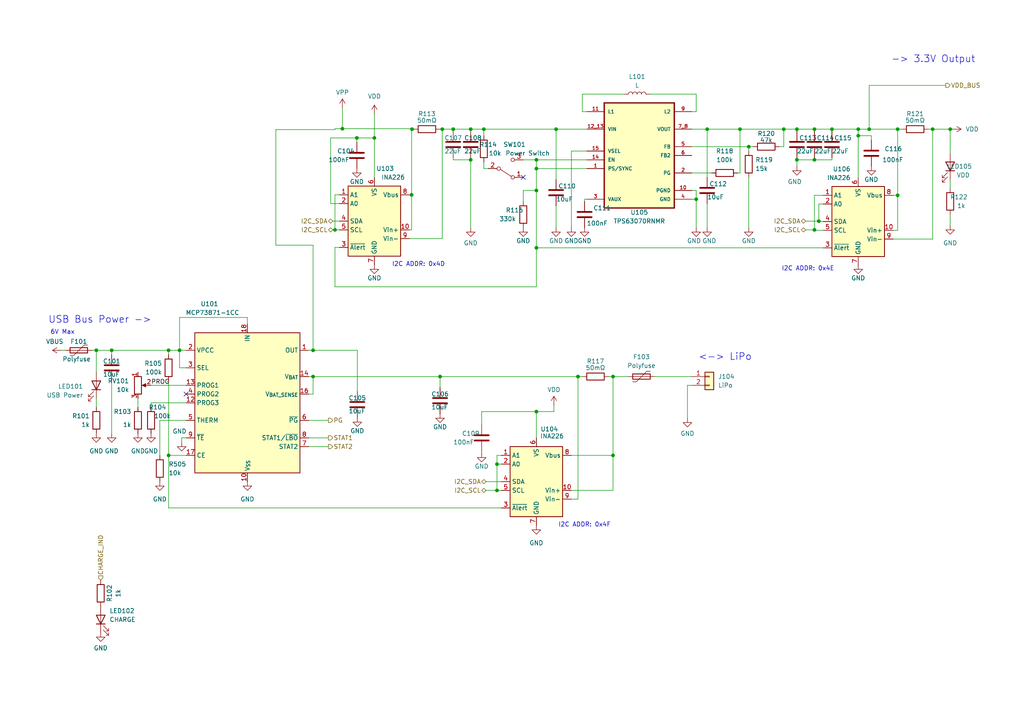
<source format=kicad_sch>
(kicad_sch (version 20231120) (generator "eeschema") (generator_version "8.0")
  (paper "A4")
  (lib_symbols
    (symbol "Battery_Management:MCP73871-1CC"
      (property "Reference" "U" (at -7.62 24.13 0))
      (property "Value" "MCP73871-1CC" (at -15.24 21.59 0))
      (symbol "MCP73871-1CC_0_1"
        (rectangle (start -15.24 20.32) (end 15.24 -20.32) (stroke (width 0.254)) (fill (type background)))
      )
      (symbol "MCP73871-1CC_1_1"
        (pin power_out line (at 17.78 15.24 180) (length 2.54) (name "OUT") (number "1"))
        (pin power_in line (at 0 -22.86 90) (length 2.54) (name "V_{SS}") (number "10"))
        (pin passive line (at 0 -22.86 90) (length 2.54) hide (name "V_{SS}") (number "11"))
        (pin bidirectional line (at -17.78 0 0) (length 2.54) (name "PROG3") (number "12"))
        (pin bidirectional line (at -17.78 5.08 0) (length 2.54) (name "PROG1") (number "13"))
        (pin power_out line (at 17.78 7.62 180) (length 2.54) (name "V_{BAT}") (number "14"))
        (pin passive line (at 17.78 7.62 180) (length 2.54) hide (name "V_{BAT}") (number "15"))
        (pin input line (at 17.78 2.54 180) (length 2.54) (name "V_{BAT_SENSE}") (number "16"))
        (pin input line (at -17.78 -15.24 0) (length 2.54) (name "CE") (number "17"))
        (pin power_in line (at 0 22.86 270) (length 2.54) (name "IN") (number "18"))
        (pin passive line (at 0 22.86 270) (length 2.54) hide (name "IN") (number "19"))
        (pin input line (at -17.78 15.24 0) (length 2.54) (name "VPCC") (number "2"))
        (pin passive line (at 17.78 15.24 180) (length 2.54) hide (name "OUT") (number "20"))
        (pin passive line (at 0 -22.86 90) (length 2.54) hide (name "V_{SS}") (number "21"))
        (pin input line (at -17.78 10.16 0) (length 2.54) (name "SEL") (number "3"))
        (pin input line (at -17.78 2.54 0) (length 2.54) (name "PROG2") (number "4"))
        (pin bidirectional line (at -17.78 -5.08 0) (length 2.54) (name "THERM") (number "5"))
        (pin open_collector line (at 17.78 -5.08 180) (length 2.54) (name "~{PG}") (number "6"))
        (pin open_collector line (at 17.78 -12.7 180) (length 2.54) (name "STAT2") (number "7"))
        (pin open_collector line (at 17.78 -10.16 180) (length 2.54) (name "STAT1/~{LBO}") (number "8"))
        (pin input line (at -17.78 -10.16 0) (length 2.54) (name "~{TE}") (number "9"))
      )
    )
    (symbol "Connector_Generic:Conn_01x02" (pin_names (offset 1.016) hide)
      (property "Reference" "J" (at 0 2.54 0))
      (property "Value" "Conn_01x02" (at 0 -5.08 0))
      (symbol "Conn_01x02_1_1"
        (rectangle (start -1.27 -2.413) (end 0 -2.667) (stroke (width 0.1524)))
        (rectangle (start -1.27 0.127) (end 0 -0.127) (stroke (width 0.1524)))
        (rectangle (start -1.27 1.27) (end 1.27 -3.81) (stroke (width 0.254)) (fill (type background)))
        (pin passive line (at -5.08 0 0) (length 3.81) (name "Pin_1") (number "1"))
        (pin passive line (at -5.08 -2.54 0) (length 3.81) (name "Pin_2") (number "2"))
      )
    )
    (symbol "Device:C" (pin_numbers hide) (pin_names (offset 0.254))
      (property "Reference" "C" (at 0.635 2.54 0))
      (property "Value" "C" (at 0.635 -2.54 0))
      (symbol "C_0_1"
        (polyline (pts (xy -2.032 -0.762) (xy 2.032 -0.762)) (stroke (width 0.508)))
        (polyline (pts (xy -2.032 0.762) (xy 2.032 0.762)) (stroke (width 0.508)))
      )
      (symbol "C_1_1"
        (pin passive line (at 0 3.81 270) (length 2.794) (name "~") (number "1"))
        (pin passive line (at 0 -3.81 90) (length 2.794) (name "~") (number "2"))
      )
    )
    (symbol "Device:L" (pin_numbers hide) (pin_names (offset 1.016) hide)
      (property "Reference" "L" (at -1.27 0 90))
      (property "Value" "L" (at 1.905 0 90))
      (symbol "L_0_1"
        (arc (start 0 -2.54) (mid 0.6323 -1.905) (end 0 -1.27))
        (arc (start 0 -1.27) (mid 0.6323 -0.635) (end 0 0))
        (arc (start 0 0) (mid 0.6323 0.635) (end 0 1.27))
        (arc (start 0 1.27) (mid 0.6323 1.905) (end 0 2.54))
      )
      (symbol "L_1_1"
        (pin passive line (at 0 3.81 270) (length 1.27) (name "1") (number "1"))
        (pin passive line (at 0 -3.81 90) (length 1.27) (name "2") (number "2"))
      )
    )
    (symbol "Device:LED" (pin_numbers hide) (pin_names (offset 1.016) hide)
      (property "Reference" "D" (at 0 2.54 0))
      (property "Value" "LED" (at 0 -2.54 0))
      (symbol "LED_0_1"
        (polyline (pts (xy -1.27 -1.27) (xy -1.27 1.27)) (stroke (width 0.254)))
        (polyline (pts (xy -1.27 0) (xy 1.27 0)))
        (polyline (pts (xy 1.27 -1.27) (xy 1.27 1.27) (xy -1.27 0) (xy 1.27 -1.27)) (stroke (width 0.254)))
        (polyline (pts (xy -3.048 -0.762) (xy -4.572 -2.286) (xy -3.81 -2.286) (xy -4.572 -2.286) (xy -4.572 -1.524)))
        (polyline (pts (xy -1.778 -0.762) (xy -3.302 -2.286) (xy -2.54 -2.286) (xy -3.302 -2.286) (xy -3.302 -1.524)))
      )
      (symbol "LED_1_1"
        (pin passive line (at -3.81 0 0) (length 2.54) (name "K") (number "1"))
        (pin passive line (at 3.81 0 180) (length 2.54) (name "A") (number "2"))
      )
    )
    (symbol "Device:Polyfuse" (pin_numbers hide) (pin_names (offset 0))
      (property "Reference" "F" (at -2.54 0 90))
      (property "Value" "Polyfuse" (at 2.54 0 90))
      (symbol "Polyfuse_0_1"
        (rectangle (start -0.762 2.54) (end 0.762 -2.54) (stroke (width 0.254)))
        (polyline (pts (xy 0 2.54) (xy 0 -2.54)))
        (polyline (pts (xy -1.524 2.54) (xy -1.524 1.524) (xy 1.524 -1.524) (xy 1.524 -2.54)))
      )
      (symbol "Polyfuse_1_1"
        (pin passive line (at 0 3.81 270) (length 1.27) (name "~") (number "1"))
        (pin passive line (at 0 -3.81 90) (length 1.27) (name "~") (number "2"))
      )
    )
    (symbol "Device:R" (pin_numbers hide) (pin_names (offset 0))
      (property "Reference" "R" (at 2.032 0 90))
      (property "Value" "R" (at 0 0 90))
      (symbol "R_0_1"
        (rectangle (start -1.016 -2.54) (end 1.016 2.54) (stroke (width 0.254)))
      )
      (symbol "R_1_1"
        (pin passive line (at 0 3.81 270) (length 1.27) (name "~") (number "1"))
        (pin passive line (at 0 -3.81 90) (length 1.27) (name "~") (number "2"))
      )
    )
    (symbol "Device:R_Potentiometer" (pin_names (offset 1.016) hide)
      (property "Reference" "RV" (at -4.445 0 90))
      (property "Value" "R_Potentiometer" (at -2.54 0 90))
      (symbol "R_Potentiometer_0_1"
        (polyline (pts (xy 2.54 0) (xy 1.524 0)))
        (polyline (pts (xy 1.143 0) (xy 2.286 0.508) (xy 2.286 -0.508) (xy 1.143 0)) (fill (type outline)))
        (rectangle (start 1.016 2.54) (end -1.016 -2.54) (stroke (width 0.254)))
      )
      (symbol "R_Potentiometer_1_1"
        (pin passive line (at 0 3.81 270) (length 1.27) (name "1") (number "1"))
        (pin passive line (at 3.81 0 180) (length 1.27) (name "2") (number "2"))
        (pin passive line (at 0 -3.81 90) (length 1.27) (name "3") (number "3"))
      )
    )
    (symbol "Sensor_Energy:INA226"
      (property "Reference" "U" (at -6.35 11.43 0))
      (property "Value" "INA226" (at 3.81 11.43 0))
      (symbol "INA226_0_1"
        (rectangle (start 7.62 10.16) (end -7.62 -10.16) (stroke (width 0.254)) (fill (type background)))
      )
      (symbol "INA226_1_1"
        (pin input line (at 10.16 7.62 180) (length 2.54) (name "A1") (number "1"))
        (pin input line (at -10.16 -2.54 0) (length 2.54) (name "Vin+") (number "10"))
        (pin input line (at 10.16 5.08 180) (length 2.54) (name "A0") (number "2"))
        (pin open_collector line (at 10.16 -7.62 180) (length 2.54) (name "~{Alert}") (number "3"))
        (pin bidirectional line (at 10.16 0 180) (length 2.54) (name "SDA") (number "4"))
        (pin input line (at 10.16 -2.54 180) (length 2.54) (name "SCL") (number "5"))
        (pin power_in line (at 0 12.7 270) (length 2.54) (name "VS") (number "6"))
        (pin power_in line (at 0 -12.7 90) (length 2.54) (name "GND") (number "7"))
        (pin input line (at -10.16 7.62 0) (length 2.54) (name "Vbus") (number "8"))
        (pin input line (at -10.16 -5.08 0) (length 2.54) (name "Vin-") (number "9"))
      )
    )
    (symbol "Switch:SW_SPDT" (pin_names (offset 0) hide)
      (property "Reference" "SW" (at 0 4.318 0))
      (property "Value" "SW_SPDT" (at 0 -5.08 0))
      (symbol "SW_SPDT_0_0"
        (circle (center -2.032 0) (radius 0.508))
        (circle (center 2.032 -2.54) (radius 0.508))
      )
      (symbol "SW_SPDT_0_1"
        (polyline (pts (xy -1.524 0.254) (xy 1.651 2.286)))
        (circle (center 2.032 2.54) (radius 0.508))
      )
      (symbol "SW_SPDT_1_1"
        (pin passive line (at 5.08 2.54 180) (length 2.54) (name "A") (number "1"))
        (pin passive line (at -5.08 0 0) (length 2.54) (name "B") (number "2"))
        (pin passive line (at 5.08 -2.54 180) (length 2.54) (name "C") (number "3"))
      )
    )
    (symbol "VDD_1" (power) (pin_numbers hide) (pin_names (offset 0) hide)
      (property "Value" "VDD" (at 0 3.556 0))
      (symbol "VDD_1_0_1"
        (polyline (pts (xy -0.762 1.27) (xy 0 2.54)))
        (polyline (pts (xy 0 0) (xy 0 2.54)))
        (polyline (pts (xy 0 2.54) (xy 0.762 1.27)))
      )
      (symbol "VDD_1_1_1"
        (pin power_in line (at 0 0 90) (length 0) (name "~") (number "1"))
      )
    )
    (symbol "VDD_2" (power) (pin_numbers hide) (pin_names (offset 0) hide)
      (property "Value" "VDD" (at 0 3.556 0))
      (symbol "VDD_2_0_1"
        (polyline (pts (xy -0.762 1.27) (xy 0 2.54)))
        (polyline (pts (xy 0 0) (xy 0 2.54)))
        (polyline (pts (xy 0 2.54) (xy 0.762 1.27)))
      )
      (symbol "VDD_2_1_1"
        (pin power_in line (at 0 0 90) (length 0) (name "~") (number "1"))
      )
    )
    (symbol "WOBCLibrary:TPS63070RNMR" (pin_names (offset 1.016))
      (property "Reference" "U" (at -12.7 29.21 0))
      (property "Value" "TPS63070RNMR" (at -12.7 -19.24 0))
      (symbol "TPS63070RNMR_0_0"
        (rectangle (start -10.16 15.24) (end 10.16 -15.24) (stroke (width 0.41)) (fill (type background)))
        (pin input line (at -15.24 -3.81 0) (length 5.08) (name "PS/SYNC") (number "1"))
        (pin power_in line (at 15.24 -10.16 180) (length 5.08) (name "PGND") (number "10"))
        (pin bidirectional line (at -15.24 12.7 0) (length 5.08) (name "L1") (number "11"))
        (pin input line (at -15.24 7.62 0) (length 5.08) (name "VIN") (number "12_13"))
        (pin input line (at -15.24 -1.27 0) (length 5.08) (name "EN") (number "14"))
        (pin input line (at -15.24 1.27 0) (length 5.08) (name "VSEL") (number "15"))
        (pin output line (at 15.24 -5.08 180) (length 5.08) (name "PG") (number "2"))
        (pin output line (at -15.24 -12.7 0) (length 5.08) (name "VAUX") (number "3"))
        (pin power_in line (at 15.24 -12.7 180) (length 5.08) (name "GND") (number "4"))
        (pin input line (at 15.24 2.54 180) (length 5.08) (name "FB") (number "5"))
        (pin output line (at 15.24 0 180) (length 5.08) (name "FB2") (number "6"))
        (pin output line (at 15.24 7.62 180) (length 5.08) (name "VOUT") (number "7_8"))
        (pin bidirectional line (at 15.24 12.7 180) (length 5.08) (name "L2") (number "9"))
      )
    )
    (symbol "power:GND" (power) (pin_names (offset 0))
      (property "Value" "GND" (at 0 -3.81 0))
      (symbol "GND_0_1"
        (polyline (pts (xy 0 0) (xy 0 -1.27) (xy 1.27 -1.27) (xy 0 -2.54) (xy -1.27 -1.27) (xy 0 -1.27)))
      )
      (symbol "GND_1_1"
        (pin power_in line (at 0 0 270) (length 0) hide (name "GND") (number "1"))
      )
    )
    (symbol "power:VBUS" (power) (pin_names (offset 0))
      (property "Value" "VBUS" (at 0 3.81 0))
      (symbol "VBUS_0_1"
        (polyline (pts (xy -0.762 1.27) (xy 0 2.54)))
        (polyline (pts (xy 0 0) (xy 0 2.54)))
        (polyline (pts (xy 0 2.54) (xy 0.762 1.27)))
      )
      (symbol "VBUS_1_1"
        (pin power_in line (at 0 0 90) (length 0) hide (name "VBUS") (number "1"))
      )
    )
    (symbol "power:VDD" (power) (pin_names (offset 0))
      (property "Value" "VDD" (at 0 3.81 0))
      (symbol "VDD_0_1"
        (polyline (pts (xy -0.762 1.27) (xy 0 2.54)))
        (polyline (pts (xy 0 0) (xy 0 2.54)))
        (polyline (pts (xy 0 2.54) (xy 0.762 1.27)))
      )
      (symbol "VDD_1_1"
        (pin power_in line (at 0 0 90) (length 0) hide (name "VDD") (number "1"))
      )
    )
    (symbol "power:VPP" (power) (pin_names (offset 0))
      (property "Value" "VPP" (at 0 3.81 0))
      (symbol "VPP_0_1"
        (polyline (pts (xy -0.762 1.27) (xy 0 2.54)))
        (polyline (pts (xy 0 0) (xy 0 2.54)))
        (polyline (pts (xy 0 2.54) (xy 0.762 1.27)))
      )
      (symbol "VPP_1_1"
        (pin power_in line (at 0 0 90) (length 0) hide (name "VPP") (number "1"))
      )
    )
  )
  (junction (at 155.575 119.38))
  (junction (at 90.805 101.6))
  (junction (at 260.35 56.642))
  (junction (at 214.63 37.465))
  (junction (at 119.507 37.465))
  (junction (at 248.92 37.465))
  (junction (at 231.14 46.355))
  (junction (at 155.575 48.895))
  (junction (at 237.49 64.135))
  (junction (at 227.33 37.465))
  (junction (at 201.93 57.785))
  (junction (at 217.17 42.545))
  (junction (at 131.445 37.465))
  (junction (at 236.22 46.355))
  (junction (at 128.27 37.465))
  (junction (at 32.385 101.6))
  (junction (at 236.22 66.675))
  (junction (at 27.94 101.6))
  (junction (at 161.29 37.465))
  (junction (at 252.095 37.465))
  (junction (at 144.145 142.24))
  (junction (at 90.805 109.22))
  (junction (at 108.585 40.005))
  (junction (at 231.14 37.465))
  (junction (at 167.64 109.22))
  (junction (at 236.22 37.465))
  (junction (at 127.635 109.22))
  (junction (at 155.575 71.882))
  (junction (at 260.35 37.465))
  (junction (at 97.155 66.675))
  (junction (at 140.335 37.465))
  (junction (at 119.38 56.515))
  (junction (at 144.145 134.62))
  (junction (at 270.51 37.465))
  (junction (at 103.505 40.005))
  (junction (at 52.07 101.6))
  (junction (at 48.895 132.08))
  (junction (at 177.8 132.08))
  (junction (at 275.59 37.465))
  (junction (at 241.3 37.465))
  (junction (at 136.525 37.465))
  (junction (at 205.105 37.465))
  (junction (at 155.575 46.355))
  (junction (at 136.525 46.355))
  (junction (at 155.575 55.245))
  (junction (at 99.314 37.338))
  (junction (at 48.895 101.6))
  (junction (at 248.92 39.37))
  (junction (at 177.8 109.22))
  (no_connect (at 53.975 114.3))
  (no_connect (at 151.765 51.435))
  (wire (pts (xy 199.39 111.76) (xy 200.66 111.76)))
  (wire (pts (xy 217.17 42.545) (xy 218.44 42.545)))
  (wire (pts (xy 118.745 66.675) (xy 119.38 66.675)))
  (wire (pts (xy 98.425 71.755) (xy 97.155 71.755)))
  (wire (pts (xy 90.805 71.12) (xy 90.805 101.6)))
  (wire (pts (xy 259.08 56.642) (xy 260.35 56.642)))
  (wire (pts (xy 89.535 127) (xy 95.25 127)))
  (wire (pts (xy 270.51 37.465) (xy 275.59 37.465)))
  (wire (pts (xy 199.39 121.285) (xy 199.39 111.76)))
  (wire (pts (xy 161.29 37.465) (xy 170.18 37.465)))
  (wire (pts (xy 236.22 45.72) (xy 236.22 46.355)))
  (wire (pts (xy 236.22 37.465) (xy 241.3 37.465)))
  (wire (pts (xy 144.145 134.62) (xy 144.145 132.08)))
  (wire (pts (xy 189.865 109.22) (xy 200.66 109.22)))
  (wire (pts (xy 217.17 43.815) (xy 217.17 42.545)))
  (wire (pts (xy 206.375 50.165) (xy 200.66 50.165)))
  (wire (pts (xy 168.91 32.385) (xy 170.18 32.385)))
  (wire (pts (xy 140.335 37.465) (xy 161.29 37.465)))
  (wire (pts (xy 248.92 39.37) (xy 248.92 51.562)))
  (wire (pts (xy 201.93 27.305) (xy 201.93 32.385)))
  (wire (pts (xy 99.314 37.338) (xy 119.507 37.338)))
  (wire (pts (xy 95.885 59.055) (xy 95.885 40.005)))
  (wire (pts (xy 43.815 118.11) (xy 43.815 116.84)))
  (wire (pts (xy 155.575 48.895) (xy 155.575 55.245)))
  (wire (pts (xy 160.655 117.475) (xy 160.655 119.38)))
  (wire (pts (xy 17.78 101.6) (xy 19.05 101.6)))
  (wire (pts (xy 48.895 132.08) (xy 48.895 147.32)))
  (wire (pts (xy 176.53 109.22) (xy 177.8 109.22)))
  (wire (pts (xy 252.73 39.37) (xy 248.92 39.37)))
  (wire (pts (xy 98.425 56.515) (xy 97.155 56.515)))
  (wire (pts (xy 136.525 45.72) (xy 136.525 46.355)))
  (wire (pts (xy 201.93 57.785) (xy 200.66 57.785)))
  (wire (pts (xy 236.22 46.355) (xy 231.14 46.355)))
  (wire (pts (xy 48.895 101.6) (xy 48.895 102.87)))
  (wire (pts (xy 139.7 119.38) (xy 139.7 123.19)))
  (wire (pts (xy 131.445 45.72) (xy 131.445 46.355)))
  (wire (pts (xy 248.92 76.962) (xy 248.92 76.835)))
  (wire (pts (xy 139.7 131.445) (xy 139.7 130.81)))
  (wire (pts (xy 252.095 37.465) (xy 260.35 37.465)))
  (wire (pts (xy 260.35 37.465) (xy 261.62 37.465)))
  (wire (pts (xy 236.22 66.802) (xy 238.76 66.802)))
  (wire (pts (xy 99.314 31.242) (xy 99.314 37.338)))
  (wire (pts (xy 260.35 37.465) (xy 260.35 56.642)))
  (wire (pts (xy 155.575 71.882) (xy 238.76 71.882)))
  (wire (pts (xy 90.805 114.3) (xy 90.805 109.22)))
  (wire (pts (xy 177.8 132.08) (xy 177.8 109.22)))
  (wire (pts (xy 108.585 33.02) (xy 108.585 40.005)))
  (wire (pts (xy 32.385 110.49) (xy 32.385 125.73)))
  (wire (pts (xy 98.425 59.055) (xy 95.885 59.055)))
  (wire (pts (xy 241.3 46.355) (xy 236.22 46.355)))
  (wire (pts (xy 217.17 51.435) (xy 217.17 66.04)))
  (wire (pts (xy 155.575 119.38) (xy 155.575 127)))
  (wire (pts (xy 275.59 65.405) (xy 275.59 62.23)))
  (wire (pts (xy 140.97 139.7) (xy 145.415 139.7)))
  (wire (pts (xy 131.445 37.465) (xy 131.445 38.1)))
  (wire (pts (xy 97.155 71.755) (xy 97.155 83.185)))
  (wire (pts (xy 136.525 37.465) (xy 140.335 37.465)))
  (wire (pts (xy 200.66 37.465) (xy 205.105 37.465)))
  (wire (pts (xy 90.805 109.22) (xy 127.635 109.22)))
  (wire (pts (xy 165.735 144.78) (xy 167.64 144.78)))
  (wire (pts (xy 97.155 56.515) (xy 97.155 66.675)))
  (wire (pts (xy 140.335 37.465) (xy 140.335 39.37)))
  (wire (pts (xy 127.635 109.22) (xy 127.635 112.395)))
  (wire (pts (xy 205.105 66.04) (xy 205.105 59.055)))
  (wire (pts (xy 252.73 40.64) (xy 252.73 39.37)))
  (wire (pts (xy 236.22 56.642) (xy 236.22 66.675)))
  (wire (pts (xy 233.68 66.675) (xy 236.22 66.675)))
  (wire (pts (xy 227.33 37.465) (xy 231.14 37.465)))
  (wire (pts (xy 136.525 46.355) (xy 136.525 66.04)))
  (wire (pts (xy 127.635 37.465) (xy 128.27 37.465)))
  (wire (pts (xy 27.94 118.11) (xy 27.94 115.57)))
  (wire (pts (xy 236.22 66.802) (xy 236.22 66.675)))
  (wire (pts (xy 169.545 58.42) (xy 169.545 57.785)))
  (wire (pts (xy 167.64 109.22) (xy 168.91 109.22)))
  (wire (pts (xy 103.505 41.275) (xy 103.505 40.005)))
  (wire (pts (xy 144.145 134.62) (xy 144.145 142.24)))
  (wire (pts (xy 131.445 37.465) (xy 136.525 37.465)))
  (wire (pts (xy 140.97 142.24) (xy 144.145 142.24)))
  (wire (pts (xy 80.01 37.592) (xy 97.155 37.592)))
  (wire (pts (xy 26.67 101.6) (xy 27.94 101.6)))
  (wire (pts (xy 241.3 37.465) (xy 241.3 38.1)))
  (wire (pts (xy 248.92 37.465) (xy 248.92 39.37)))
  (wire (pts (xy 168.91 27.305) (xy 168.91 32.385)))
  (wire (pts (xy 145.415 134.62) (xy 144.145 134.62)))
  (wire (pts (xy 275.59 37.465) (xy 276.225 37.465)))
  (wire (pts (xy 155.575 46.355) (xy 170.18 46.355)))
  (wire (pts (xy 103.505 40.005) (xy 108.585 40.005)))
  (wire (pts (xy 201.93 32.385) (xy 200.66 32.385)))
  (wire (pts (xy 96.52 64.135) (xy 98.425 64.135)))
  (wire (pts (xy 241.3 45.72) (xy 241.3 46.355)))
  (wire (pts (xy 248.92 37.465) (xy 252.095 37.465)))
  (wire (pts (xy 167.64 109.22) (xy 167.64 144.78)))
  (wire (pts (xy 136.525 37.465) (xy 136.525 38.1)))
  (wire (pts (xy 71.755 92.075) (xy 71.755 93.98)))
  (wire (pts (xy 274.32 24.765) (xy 252.095 24.765)))
  (wire (pts (xy 52.07 101.6) (xy 53.975 101.6)))
  (wire (pts (xy 32.385 101.6) (xy 32.385 102.87)))
  (wire (pts (xy 214.63 37.465) (xy 227.33 37.465)))
  (wire (pts (xy 170.18 43.815) (xy 165.735 43.815)))
  (wire (pts (xy 52.07 106.68) (xy 52.07 101.6)))
  (wire (pts (xy 259.08 66.802) (xy 260.35 66.802)))
  (wire (pts (xy 165.735 132.08) (xy 177.8 132.08)))
  (wire (pts (xy 52.705 128.27) (xy 52.705 127)))
  (wire (pts (xy 95.25 129.54) (xy 89.535 129.54)))
  (wire (pts (xy 231.14 46.355) (xy 231.14 45.72)))
  (wire (pts (xy 237.49 59.182) (xy 237.49 64.135)))
  (wire (pts (xy 177.8 109.22) (xy 182.245 109.22)))
  (wire (pts (xy 260.35 66.802) (xy 260.35 56.642)))
  (wire (pts (xy 95.885 40.005) (xy 103.505 40.005)))
  (wire (pts (xy 140.335 46.99) (xy 140.335 48.895)))
  (wire (pts (xy 213.995 50.165) (xy 214.63 50.165)))
  (wire (pts (xy 201.93 57.785) (xy 201.93 66.04)))
  (wire (pts (xy 200.66 42.545) (xy 217.17 42.545)))
  (wire (pts (xy 119.38 66.675) (xy 119.38 56.515)))
  (wire (pts (xy 97.155 37.592) (xy 97.155 37.338)))
  (wire (pts (xy 226.06 42.545) (xy 227.33 42.545)))
  (wire (pts (xy 139.7 119.38) (xy 155.575 119.38)))
  (wire (pts (xy 151.765 46.355) (xy 155.575 46.355)))
  (wire (pts (xy 128.27 37.465) (xy 131.445 37.465)))
  (wire (pts (xy 237.49 64.262) (xy 238.76 64.262)))
  (wire (pts (xy 238.76 59.182) (xy 237.49 59.182)))
  (wire (pts (xy 89.535 114.3) (xy 90.805 114.3)))
  (wire (pts (xy 170.18 48.895) (xy 155.575 48.895)))
  (wire (pts (xy 53.975 106.68) (xy 52.07 106.68)))
  (wire (pts (xy 205.105 37.465) (xy 214.63 37.465)))
  (wire (pts (xy 108.585 40.005) (xy 108.585 51.435)))
  (wire (pts (xy 144.145 142.24) (xy 145.415 142.24)))
  (wire (pts (xy 237.49 64.262) (xy 237.49 64.135)))
  (wire (pts (xy 205.105 37.465) (xy 205.105 51.435)))
  (wire (pts (xy 201.93 55.245) (xy 201.93 57.785)))
  (wire (pts (xy 161.29 52.07) (xy 161.29 37.465)))
  (wire (pts (xy 155.575 55.245) (xy 155.575 71.882)))
  (wire (pts (xy 97.155 83.185) (xy 155.575 83.185)))
  (wire (pts (xy 155.575 46.355) (xy 155.575 48.895)))
  (wire (pts (xy 103.632 101.6) (xy 103.632 113.538)))
  (wire (pts (xy 227.33 42.545) (xy 227.33 37.465)))
  (wire (pts (xy 214.63 50.165) (xy 214.63 37.465)))
  (wire (pts (xy 118.745 69.215) (xy 128.27 69.215)))
  (wire (pts (xy 46.355 121.92) (xy 46.355 132.08)))
  (wire (pts (xy 161.29 59.69) (xy 161.29 66.04)))
  (wire (pts (xy 269.24 37.465) (xy 270.51 37.465)))
  (wire (pts (xy 155.575 83.185) (xy 155.575 71.882)))
  (wire (pts (xy 236.22 56.642) (xy 238.76 56.642)))
  (wire (pts (xy 144.145 132.08) (xy 145.415 132.08)))
  (wire (pts (xy 165.735 43.815) (xy 165.735 66.04)))
  (wire (pts (xy 270.51 69.342) (xy 270.51 37.465)))
  (wire (pts (xy 165.735 142.24) (xy 177.8 142.24)))
  (wire (pts (xy 43.815 111.76) (xy 53.975 111.76)))
  (wire (pts (xy 52.07 92.075) (xy 52.07 101.6)))
  (wire (pts (xy 259.08 69.342) (xy 270.51 69.342)))
  (wire (pts (xy 80.01 37.592) (xy 80.01 71.12)))
  (wire (pts (xy 43.815 116.84) (xy 53.975 116.84)))
  (wire (pts (xy 169.545 57.785) (xy 170.18 57.785)))
  (wire (pts (xy 151.765 55.245) (xy 151.765 58.42)))
  (wire (pts (xy 200.66 55.245) (xy 201.93 55.245)))
  (wire (pts (xy 131.445 46.355) (xy 136.525 46.355)))
  (wire (pts (xy 89.535 121.92) (xy 95.25 121.92)))
  (wire (pts (xy 127.635 109.22) (xy 167.64 109.22)))
  (wire (pts (xy 119.507 37.338) (xy 119.507 37.465)))
  (wire (pts (xy 241.3 37.465) (xy 248.92 37.465)))
  (wire (pts (xy 32.385 101.6) (xy 48.895 101.6)))
  (wire (pts (xy 48.895 110.49) (xy 48.895 132.08)))
  (wire (pts (xy 233.68 64.135) (xy 237.49 64.135)))
  (wire (pts (xy 160.655 119.38) (xy 155.575 119.38)))
  (wire (pts (xy 119.38 37.465) (xy 119.38 56.515)))
  (wire (pts (xy 71.755 92.075) (xy 52.07 92.075)))
  (wire (pts (xy 89.535 101.6) (xy 90.805 101.6)))
  (wire (pts (xy 151.765 55.245) (xy 155.575 55.245)))
  (wire (pts (xy 96.52 66.675) (xy 97.155 66.675)))
  (wire (pts (xy 53.975 121.92) (xy 46.355 121.92)))
  (wire (pts (xy 231.14 37.465) (xy 231.14 38.1)))
  (wire (pts (xy 48.895 147.32) (xy 145.415 147.32)))
  (wire (pts (xy 27.94 101.6) (xy 32.385 101.6)))
  (wire (pts (xy 97.155 66.675) (xy 98.425 66.675)))
  (wire (pts (xy 40.005 118.11) (xy 40.005 115.57)))
  (wire (pts (xy 275.59 54.61) (xy 275.59 52.07)))
  (wire (pts (xy 275.59 37.465) (xy 275.59 44.45)))
  (wire (pts (xy 180.975 27.305) (xy 168.91 27.305)))
  (wire (pts (xy 119.38 37.465) (xy 119.507 37.465)))
  (wire (pts (xy 97.155 37.338) (xy 99.314 37.338)))
  (wire (pts (xy 90.805 101.6) (xy 103.632 101.6)))
  (wire (pts (xy 119.507 37.465) (xy 120.015 37.465)))
  (wire (pts (xy 252.095 24.765) (xy 252.095 37.465)))
  (wire (pts (xy 89.535 109.22) (xy 90.805 109.22)))
  (wire (pts (xy 80.01 71.12) (xy 90.805 71.12)))
  (wire (pts (xy 128.27 69.215) (xy 128.27 37.465)))
  (wire (pts (xy 231.14 46.355) (xy 231.14 48.26)))
  (wire (pts (xy 27.94 101.6) (xy 27.94 107.95)))
  (wire (pts (xy 140.335 48.895) (xy 141.605 48.895)))
  (wire (pts (xy 236.22 37.465) (xy 236.22 38.1)))
  (wire (pts (xy 188.595 27.305) (xy 201.93 27.305)))
  (wire (pts (xy 53.975 132.08) (xy 48.895 132.08)))
  (wire (pts (xy 118.745 56.515) (xy 119.38 56.515)))
  (wire (pts (xy 231.14 37.465) (xy 236.22 37.465)))
  (wire (pts (xy 177.8 142.24) (xy 177.8 132.08)))
  (wire (pts (xy 52.705 127) (xy 53.975 127)))
  (wire (pts (xy 48.895 101.6) (xy 52.07 101.6)))
  (text "6V Max" (at 14.605 97.155 0) (effects (font (size 1.27 1.27)) (justify left bottom)))
  (text "USB Bus Power ->" (at 13.97 93.98 0) (effects (font (size 2 2)) (justify left bottom)))
  (text "<-> LiPo" (at 202.565 104.775 0) (effects (font (size 2 2)) (justify left bottom)))
  (text "I2C ADDR: 0x4D" (at 113.665 77.47 0) (effects (font (size 1.27 1.27)) (justify left bottom)))
  (text "I2C ADDR: 0x4F" (at 161.925 153.035 0) (effects (font (size 1.27 1.27)) (justify left bottom)))
  (text "-> 3.3V Output" (at 258.445 18.415 0) (effects (font (size 2 2)) (justify left bottom)))
  (text "I2C ADDR: 0x4E" (at 226.695 78.74 0) (effects (font (size 1.27 1.27)) (justify left bottom)))
  (label "PROG" (at 43.815 111.76 0))
  (hierarchical_label "STAT1" (shape output) (at 95.25 127 0))
  (hierarchical_label "I2C_SCL" (shape bidirectional) (at 233.68 66.675 180))
  (hierarchical_label "STAT2" (shape output) (at 95.25 129.54 0))
  (hierarchical_label "I2C_SCL" (shape bidirectional) (at 140.97 142.24 180))
  (hierarchical_label "PG" (shape output) (at 95.25 121.92 0))
  (hierarchical_label "VDD_BUS" (shape output) (at 274.32 24.765 0))
  (hierarchical_label "CHARGE_IND" (shape input) (at 29.21 168.275 90))
  (hierarchical_label "I2C_SDA" (shape bidirectional) (at 140.97 139.7 180))
  (hierarchical_label "I2C_SDA" (shape bidirectional) (at 96.52 64.135 180))
  (hierarchical_label "I2C_SDA" (shape bidirectional) (at 233.68 64.135 180))
  (hierarchical_label "I2C_SCL" (shape bidirectional) (at 96.52 66.675 180))
  (symbol (lib_id "Device:R") (at 46.355 135.89 0) (unit 1)
    (property "Reference" "R505" (at 48.895 134.62 0) (effects (justify left)))
    (property "Value" "10k" (at 48.895 137.16 0) (effects (justify left)))
    (property "Footprint" "Resistor_SMD:R_0402_1005Metric" (effects (hide yes)))
    (property "LCSC" "C25744" (effects (hide yes)))
  )
  (symbol (lib_id "power:GND") (at 71.755 139.7 0) (unit 1)
    (property "Reference" "#PWR0112" (effects (hide yes)))
    (property "Value" "GND" (at 71.755 144.78 0))
  )
  (symbol (lib_id "power:GND") (at 252.73 48.26 0) (unit 1)
    (property "Reference" "#PWR0137" (effects (hide yes)))
    (property "Value" "GND" (at 252.73 52.07 0))
  )
  (symbol (lib_id "power:GND") (at 103.632 121.158 0) (unit 1)
    (property "Reference" "#PWR0117" (effects (hide yes)))
    (property "Value" "GND" (at 103.632 124.968 0))
  )
  (symbol (lib_id "Device:C") (at 32.385 106.68 0) (unit 1)
    (property "Reference" "C101" (at 29.845 104.775 0) (effects (justify left)))
    (property "Value" "10uF" (at 29.845 108.585 0) (effects (justify left)))
    (property "Footprint" "Capacitor_SMD:C_0603_1608Metric" (effects (hide yes)))
    (property "LCSC" "C96446" (effects (hide yes)))
  )
  (symbol (lib_id "Device:C") (at 236.22 41.91 0) (unit 1)
    (property "Reference" "C114" (at 236.855 40.005 0) (effects (justify left)))
    (property "Value" "22uF" (at 236.22 43.815 0) (effects (justify left)))
    (property "Footprint" "Capacitor_SMD:C_0805_2012Metric" (effects (hide yes)))
    (property "LCSC" "C45783" (effects (hide yes)))
  )
  (symbol (lib_id "Device:LED") (at 275.59 48.26 270) (mirror x) (unit 1)
    (property "Reference" "LED105" (at 281.94 48.26 90) (effects (justify right)))
    (property "Value" "VDD" (at 281.305 50.8 90) (effects (justify right)))
    (property "Footprint" "LED_SMD:LED_0805_2012Metric" (effects (hide yes)))
    (property "LCSC" "C2297" (effects (hide yes)))
  )
  (symbol (lib_id "Device:C") (at 136.525 41.91 0) (unit 1)
    (property "Reference" "C108" (at 134.62 40.005 0) (effects (justify left)))
    (property "Value" "22uF" (at 134.62 43.815 0) (effects (justify left)))
    (property "Footprint" "Capacitor_SMD:C_0805_2012Metric" (effects (hide yes)))
    (property "LCSC" "C45783" (effects (hide yes)))
  )
  (symbol (lib_id "Sensor_Energy:INA226") (at 108.585 64.135 0) (mirror y) (unit 1)
    (property "Reference" "U103" (at 114.3 48.895 0) (effects (justify left)))
    (property "Value" "INA226" (at 117.475 51.435 0) (effects (justify left)))
    (property "Footprint" "Package_SO:VSSOP-10_3x3mm_P0.5mm" (effects (hide yes)))
    (property "Datasheet" "http://www.ti.com/lit/ds/symlink/ina226.pdf" (effects (hide yes)))
    (property "LCSC" "C49851" (effects (hide yes)))
  )
  (symbol (lib_id "Device:R") (at 27.94 121.92 0) (mirror y) (unit 1)
    (property "Reference" "R101" (at 26.035 120.65 0) (effects (justify left)))
    (property "Value" "1k" (at 26.035 123.19 0) (effects (justify left)))
    (property "Footprint" "Resistor_SMD:R_0402_1005Metric" (effects (hide yes)))
    (property "LCSC" "C11702" (effects (hide yes)))
  )
  (symbol (lib_id "Device:C") (at 231.14 41.91 0) (unit 1)
    (property "Reference" "C113" (at 231.775 40.005 0) (effects (justify left)))
    (property "Value" "22uF" (at 231.14 43.815 0) (effects (justify left)))
    (property "Footprint" "Capacitor_SMD:C_0805_2012Metric" (effects (hide yes)))
    (property "LCSC" "C45783" (effects (hide yes)))
  )
  (symbol (lib_name "VDD_2") (lib_id "power:VDD") (at 108.585 33.02 0) (unit 1)
    (property "Reference" "#PWR0513" (effects (hide yes)))
    (property "Value" "VDD" (at 108.585 27.94 0))
    (property "Description" "Power symbol creates a global label with name \"VDD\"" (effects (hide yes)))
  )
  (symbol (lib_id "Device:L") (at 184.785 27.305 90) (unit 1)
    (property "Reference" "L101" (at 184.785 22.225 90))
    (property "Value" "L" (at 184.785 24.765 90))
    (property "Footprint" "Inductor_SMD:L_Wuerth_WE-TPC-3816" (effects (hide yes)))
    (property "LCSC" "C3033018" (effects (hide yes)))
  )
  (symbol (lib_id "Connector_Generic:Conn_01x02") (at 205.74 109.22 0) (unit 1)
    (property "Reference" "J104" (at 208.28 109.22 0) (effects (justify left)))
    (property "Value" "LiPo" (at 208.28 111.76 0) (effects (justify left)))
    (property "Footprint" "Connector_JST:JST_XA_B02B-XASK-1_1x02_P2.50mm_Vertical" (effects (hide yes)))
  )
  (symbol (lib_id "power:GND") (at 201.93 66.04 0) (unit 1)
    (property "Reference" "#PWR0132" (effects (hide yes)))
    (property "Value" "GND" (at 201.295 69.85 0))
  )
  (symbol (lib_id "power:GND") (at 155.575 152.4 0) (unit 1)
    (property "Reference" "#PWR0126" (effects (hide yes)))
    (property "Value" "GND" (at 155.575 157.48 0))
  )
  (symbol (lib_id "power:GND") (at 199.39 121.285 0) (unit 1)
    (property "Reference" "#PWR0131" (effects (hide yes)))
    (property "Value" "GND" (at 199.39 125.73 0))
  )
  (symbol (lib_id "Device:C") (at 205.105 55.245 0) (unit 1)
    (property "Reference" "C112" (at 205.74 53.34 0) (effects (justify left)))
    (property "Value" "10uF" (at 205.105 57.15 0) (effects (justify left)))
    (property "Footprint" "Capacitor_SMD:C_0603_1608Metric" (effects (hide yes)))
    (property "LCSC" "C96446" (effects (hide yes)))
  )
  (symbol (lib_id "Device:C") (at 241.3 41.91 0) (unit 1)
    (property "Reference" "C115" (at 241.935 40.005 0) (effects (justify left)))
    (property "Value" "22uF" (at 241.3 43.815 0) (effects (justify left)))
    (property "Footprint" "Capacitor_SMD:C_0805_2012Metric" (effects (hide yes)))
    (property "LCSC" "C45783" (effects (hide yes)))
  )
  (symbol (lib_id "Device:R") (at 222.25 42.545 90) (unit 1)
    (property "Reference" "R120" (at 222.25 38.735 90))
    (property "Value" "47k" (at 222.25 40.64 90))
    (property "Footprint" "Resistor_SMD:R_0402_1005Metric" (effects (hide yes)))
    (property "LCSC" "C25792" (effects (hide yes)))
  )
  (symbol (lib_id "Device:C") (at 169.545 62.23 0) (unit 1)
    (property "Reference" "C111" (at 172.085 60.325 0) (effects (justify left)))
    (property "Value" "100nF" (at 170.18 64.77 0) (effects (justify left)))
    (property "Footprint" "Capacitor_SMD:C_0402_1005Metric" (effects (hide yes)))
    (property "LCSC" "C1525" (effects (hide yes)))
  )
  (symbol (lib_id "power:GND") (at 275.59 65.405 0) (unit 1)
    (property "Reference" "#PWR0138" (effects (hide yes)))
    (property "Value" "GND" (at 275.59 70.485 0))
  )
  (symbol (lib_id "power:GND") (at 231.14 48.26 0) (unit 1)
    (property "Reference" "#PWR0135" (effects (hide yes)))
    (property "Value" "GND" (at 230.505 52.705 0))
  )
  (symbol (lib_id "Device:R") (at 172.72 109.22 90) (unit 1)
    (property "Reference" "R117" (at 172.72 104.775 90))
    (property "Value" "50mΩ" (at 172.72 106.68 90))
    (property "Footprint" "Resistor_SMD:R_0805_2012Metric" (effects (hide yes)))
    (property "LCSC" "C247602" (effects (hide yes)))
  )
  (symbol (lib_id "Device:C") (at 103.632 117.348 0) (unit 1)
    (property "Reference" "C105" (at 101.092 115.443 0) (effects (justify left)))
    (property "Value" "10uF" (at 101.092 119.253 0) (effects (justify left)))
    (property "Footprint" "Capacitor_SMD:C_0603_1608Metric" (effects (hide yes)))
    (property "LCSC" "C96446" (effects (hide yes)))
  )
  (symbol (lib_id "Device:R_Potentiometer") (at 40.005 111.76 0) (unit 1)
    (property "Reference" "RV101" (at 37.465 110.49 0) (effects (justify right)))
    (property "Value" "10k" (at 37.465 113.03 0) (effects (justify right)))
    (property "Footprint" "Potentiometer_SMD:Potentiometer_Bourns_TC33X_Vertical" (effects (hide yes)))
    (property "LCSC" "C719176" (effects (hide yes)))
  )
  (symbol (lib_id "power:GND") (at 108.585 76.835 0) (unit 1)
    (property "Reference" "#PWR0119" (effects (hide yes)))
    (property "Value" "GND" (at 108.585 80.645 0))
  )
  (symbol (lib_id "power:GND") (at 40.005 125.73 0) (unit 1)
    (property "Reference" "#PWR0106" (effects (hide yes)))
    (property "Value" "GND" (at 40.005 130.81 0))
  )
  (symbol (lib_id "Device:R") (at 40.005 121.92 0) (mirror y) (unit 1)
    (property "Reference" "R103" (at 38.1 119.38 0) (effects (justify left)))
    (property "Value" "1k" (at 38.1 123.19 0) (effects (justify left)))
    (property "Footprint" "Resistor_SMD:R_0402_1005Metric" (effects (hide yes)))
    (property "LCSC" "C11702" (effects (hide yes)))
  )
  (symbol (lib_id "power:GND") (at 103.505 48.895 0) (unit 1)
    (property "Reference" "#PWR0116" (effects (hide yes)))
    (property "Value" "GND" (at 103.505 52.705 0))
  )
  (symbol (lib_id "Device:R") (at 29.21 172.085 180) (unit 1)
    (property "Reference" "R102" (at 31.75 172.085 90))
    (property "Value" "1k" (at 34.29 172.085 90))
    (property "Footprint" "Resistor_SMD:R_0402_1005Metric" (effects (hide yes)))
    (property "LCSC" "C11702" (effects (hide yes)))
  )
  (symbol (lib_id "power:GND") (at 136.525 66.04 0) (unit 1)
    (property "Reference" "#PWR0123" (effects (hide yes)))
    (property "Value" "GND" (at 136.525 70.485 0))
  )
  (symbol (lib_id "Device:R") (at 151.765 62.23 0) (unit 1)
    (property "Reference" "R116" (at 146.685 60.96 0) (effects (justify left)))
    (property "Value" "330k" (at 144.78 63.5 0) (effects (justify left)))
    (property "Footprint" "Resistor_SMD:R_0402_1005Metric" (effects (hide yes)))
    (property "LCSC" "C23137" (effects (hide yes)))
  )
  (symbol (lib_id "power:GND") (at 46.355 139.7 0) (unit 1)
    (property "Reference" "#PWR0507" (effects (hide yes)))
    (property "Value" "GND" (at 46.355 144.78 0))
  )
  (symbol (lib_id "power:GND") (at 29.21 183.515 0) (unit 1)
    (property "Reference" "#PWR0103" (effects (hide yes)))
    (property "Value" "GND" (at 29.21 187.96 0))
  )
  (symbol (lib_id "power:GND") (at 151.765 66.04 0) (unit 1)
    (property "Reference" "#PWR0125" (effects (hide yes)))
    (property "Value" "GND" (at 151.765 69.85 0))
  )
  (symbol (lib_id "power:GND") (at 161.29 66.04 0) (unit 1)
    (property "Reference" "#PWR0128" (effects (hide yes)))
    (property "Value" "GND" (at 161.29 69.85 0))
  )
  (symbol (lib_id "Device:R") (at 275.59 58.42 0) (mirror y) (unit 1)
    (property "Reference" "R122" (at 280.67 57.15 0) (effects (justify left)))
    (property "Value" "1k" (at 280.035 59.69 0) (effects (justify left)))
    (property "Footprint" "Resistor_SMD:R_0402_1005Metric" (effects (hide yes)))
    (property "LCSC" "C11702" (effects (hide yes)))
  )
  (symbol (lib_id "Device:R") (at 265.43 37.465 90) (unit 1)
    (property "Reference" "R121" (at 265.43 33.02 90))
    (property "Value" "50mΩ" (at 265.43 34.925 90))
    (property "Footprint" "Resistor_SMD:R_0805_2012Metric" (effects (hide yes)))
    (property "LCSC" "C247602" (effects (hide yes)))
  )
  (symbol (lib_id "power:VBUS") (at 17.78 101.6 90) (unit 1)
    (property "Reference" "#PWR0101" (effects (hide yes)))
    (property "Value" "VBUS" (at 18.415 99.06 90) (effects (justify left)))
  )
  (symbol (lib_id "power:VDD") (at 276.225 37.465 270) (unit 1)
    (property "Reference" "#PWR0139" (effects (hide yes)))
    (property "Value" "VDD" (at 280.035 37.465 90) (effects (justify left)))
  )
  (symbol (lib_id "Device:R") (at 123.825 37.465 90) (unit 1)
    (property "Reference" "R113" (at 123.825 33.02 90))
    (property "Value" "50mΩ" (at 123.825 34.925 90))
    (property "Footprint" "Resistor_SMD:R_0805_2012Metric" (effects (hide yes)))
    (property "LCSC" "C247602" (effects (hide yes)))
  )
  (symbol (lib_id "Device:R") (at 210.185 50.165 270) (unit 1)
    (property "Reference" "R118" (at 210.185 43.815 90))
    (property "Value" "100k" (at 210.185 46.355 90))
    (property "Footprint" "Resistor_SMD:R_0402_1005Metric" (effects (hide yes)))
    (property "LCSC" "C25741" (effects (hide yes)))
  )
  (symbol (lib_id "power:GND") (at 43.815 125.73 0) (unit 1)
    (property "Reference" "#PWR0107" (effects (hide yes)))
    (property "Value" "GND" (at 43.815 130.81 0))
  )
  (symbol (lib_id "Device:C") (at 103.505 45.085 0) (unit 1)
    (property "Reference" "C104" (at 97.79 43.815 0) (effects (justify left)))
    (property "Value" "100nF" (at 95.25 46.355 0) (effects (justify left)))
    (property "Footprint" "Capacitor_SMD:C_0402_1005Metric" (effects (hide yes)))
    (property "LCSC" "C1525" (effects (hide yes)))
  )
  (symbol (lib_id "Device:C") (at 161.29 55.88 0) (unit 1)
    (property "Reference" "C110" (at 161.925 53.975 0) (effects (justify left)))
    (property "Value" "10uF" (at 161.29 57.785 0) (effects (justify left)))
    (property "Footprint" "Capacitor_SMD:C_0603_1608Metric" (effects (hide yes)))
    (property "LCSC" "C96446" (effects (hide yes)))
  )
  (symbol (lib_id "Device:R") (at 140.335 43.18 180) (unit 1)
    (property "Reference" "R114" (at 144.145 41.91 0) (effects (justify left)))
    (property "Value" "10k" (at 145.415 44.45 0) (effects (justify left)))
    (property "Footprint" "Resistor_SMD:R_0402_1005Metric" (effects (hide yes)))
    (property "LCSC" "C25744" (effects (hide yes)))
  )
  (symbol (lib_id "Sensor_Energy:INA226") (at 155.575 139.7 0) (mirror y) (unit 1)
    (property "Reference" "U104" (at 161.925 124.46 0) (effects (justify left)))
    (property "Value" "INA226" (at 163.576 126.492 0) (effects (justify left)))
    (property "Footprint" "Package_SO:VSSOP-10_3x3mm_P0.5mm" (effects (hide yes)))
    (property "Datasheet" "http://www.ti.com/lit/ds/symlink/ina226.pdf" (effects (hide yes)))
    (property "LCSC" "C49851" (effects (hide yes)))
  )
  (symbol (lib_id "power:GND") (at 52.705 128.27 0) (unit 1)
    (property "Reference" "#PWR0109" (effects (hide yes)))
    (property "Value" "GND" (at 52.07 125.095 0))
  )
  (symbol (lib_id "power:GND") (at 27.94 125.73 0) (unit 1)
    (property "Reference" "#PWR0102" (effects (hide yes)))
    (property "Value" "GND" (at 27.94 130.81 0))
  )
  (symbol (lib_id "power:GND") (at 205.105 66.04 0) (unit 1)
    (property "Reference" "#PWR0133" (effects (hide yes)))
    (property "Value" "GND" (at 205.74 69.85 0))
  )
  (symbol (lib_id "power:GND") (at 165.735 66.04 0) (unit 1)
    (property "Reference" "#PWR0129" (effects (hide yes)))
    (property "Value" "GND" (at 165.735 69.85 0))
  )
  (symbol (lib_id "power:GND") (at 127.635 120.015 0) (unit 1)
    (property "Reference" "#PWR0122" (effects (hide yes)))
    (property "Value" "GND" (at 127.635 123.825 0))
  )
  (symbol (lib_id "Device:LED") (at 29.21 179.705 90) (unit 1)
    (property "Reference" "LED102" (at 31.75 177.165 90) (effects (justify right)))
    (property "Value" "CHARGE" (at 31.75 179.705 90) (effects (justify right)))
    (property "Footprint" "LED_SMD:LED_0805_2012Metric" (effects (hide yes)))
    (property "LCSC" "C2296" (effects (hide yes)))
  )
  (symbol (lib_id "Device:C") (at 139.7 127 0) (unit 1)
    (property "Reference" "C109" (at 133.985 125.73 0) (effects (justify left)))
    (property "Value" "100nF" (at 131.445 128.27 0) (effects (justify left)))
    (property "Footprint" "Capacitor_SMD:C_0402_1005Metric" (effects (hide yes)))
    (property "LCSC" "C1525" (effects (hide yes)))
  )
  (symbol (lib_id "power:GND") (at 139.7 131.445 0) (unit 1)
    (property "Reference" "#PWR0124" (effects (hide yes)))
    (property "Value" "GND" (at 139.7 135.255 0))
  )
  (symbol (lib_id "Device:R") (at 217.17 47.625 180) (unit 1)
    (property "Reference" "R119" (at 219.075 46.355 0) (effects (justify right)))
    (property "Value" "15k" (at 219.075 48.895 0) (effects (justify right)))
    (property "Footprint" "Resistor_SMD:R_0402_1005Metric" (effects (hide yes)))
    (property "LCSC" "C25756" (effects (hide yes)))
  )
  (symbol (lib_name "VDD_1") (lib_id "power:VDD") (at 160.655 117.475 0) (unit 1)
    (property "Reference" "#PWR0520" (effects (hide yes)))
    (property "Value" "VDD" (at 160.655 113.03 0))
    (property "Description" "Power symbol creates a global label with name \"VDD\"" (effects (hide yes)))
  )
  (symbol (lib_id "Device:Polyfuse") (at 22.86 101.6 90) (unit 1)
    (property "Reference" "F101" (at 22.86 99.06 90))
    (property "Value" "Polyfuse" (at 22.225 104.14 90))
    (property "Footprint" "Fuse:Fuse_1206_3216Metric" (effects (hide yes)))
    (property "LCSC" "C883133" (effects (hide yes)))
  )
  (symbol (lib_id "power:GND") (at 32.385 125.73 0) (unit 1)
    (property "Reference" "#PWR0105" (effects (hide yes)))
    (property "Value" "GND" (at 32.385 130.81 0))
  )
  (symbol (lib_id "Device:R") (at 43.815 121.92 0) (mirror y) (unit 1)
    (property "Reference" "R104" (at 48.26 118.11 0) (effects (justify left)))
    (property "Value" "100k" (at 49.53 120.65 0) (effects (justify left)))
    (property "Footprint" "Resistor_SMD:R_0402_1005Metric" (effects (hide yes)))
    (property "LCSC" "C25741" (effects (hide yes)))
  )
  (symbol (lib_id "Device:Polyfuse") (at 186.055 109.22 90) (unit 1)
    (property "Reference" "F103" (at 186.055 103.505 90))
    (property "Value" "Polyfuse" (at 186.055 106.045 90))
    (property "Footprint" "Fuse:Fuse_1206_3216Metric" (effects (hide yes)))
    (property "LCSC" "C883133" (effects (hide yes)))
  )
  (symbol (lib_id "power:GND") (at 248.92 76.835 0) (unit 1)
    (property "Reference" "#PWR0136" (effects (hide yes)))
    (property "Value" "GND" (at 248.92 80.645 0))
  )
  (symbol (lib_id "power:GND") (at 217.17 66.04 0) (unit 1)
    (property "Reference" "#PWR0134" (effects (hide yes)))
    (property "Value" "GND" (at 217.17 69.85 0))
  )
  (symbol (lib_id "Device:C") (at 131.445 41.91 0) (unit 1)
    (property "Reference" "C107" (at 128.905 40.005 0) (effects (justify left)))
    (property "Value" "22uF" (at 128.905 43.815 0) (effects (justify left)))
    (property "Footprint" "Capacitor_SMD:C_0805_2012Metric" (effects (hide yes)))
    (property "LCSC" "C45783" (effects (hide yes)))
  )
  (symbol (lib_id "WOBCLibrary:TPS63070RNMR") (at 185.42 45.085 0) (unit 1)
    (property "Reference" "U105" (at 185.42 61.595 0))
    (property "Value" "TPS63070RNMR" (at 185.42 64.135 0))
    (property "Footprint" "WOBCLibrary:VREG_TPS63070RNMR" (effects (hide yes)))
    (property "Description" "Wide input voltage (2V-16V) buck-boost converter" (effects (hide yes)))
    (property "MF" "Texas Instruments" (effects (hide yes)))
    (property "Package" "VQFN-HR-15 Texas Instruments" (effects (hide yes)))
    (property "Price" "None" (effects (hide yes)))
    (property "SnapEDA_Link" "https://www.snapeda.com/parts/TPS63070RNMR/Texas+Instruments/view-part/?ref=snap" (effects (hide yes)))
    (property "MP" "TPS63070RNMR" (effects (hide yes)))
    (property "Purchase-URL" "https://www.snapeda.com/api/url_track_click_mouser/?unipart_id=583017&manufacturer=Texas Instruments&part_name=TPS63070RNMR&search_term=None" (effects (hide yes)))
    (property "Availability" "In Stock" (effects (hide yes)))
    (property "Check_prices" "https://www.snapeda.com/parts/TPS63070RNMR/Texas+Instruments/view-part/?ref=eda" (effects (hide yes)))
    (property "LCSC" "C109322" (effects (hide yes)))
  )
  (symbol (lib_id "Device:LED") (at 27.94 111.76 270) (mirror x) (unit 1)
    (property "Reference" "LED101" (at 24.13 112.0775 90) (effects (justify right)))
    (property "Value" "USB Power" (at 24.13 114.6175 90) (effects (justify right)))
    (property "Footprint" "LED_SMD:LED_0805_2012Metric" (effects (hide yes)))
    (property "LCSC" "C2297" (effects (hide yes)))
  )
  (symbol (lib_id "power:VPP") (at 99.314 31.242 0) (unit 1)
    (property "Reference" "#PWR0115" (effects (hide yes)))
    (property "Value" "VPP" (at 99.314 26.797 0))
  )
  (symbol (lib_id "Sensor_Energy:INA226") (at 248.92 64.262 0) (mirror y) (unit 1)
    (property "Reference" "U106" (at 246.7259 49.022 0) (effects (justify left)))
    (property "Value" "INA226" (at 246.7259 51.562 0) (effects (justify left)))
    (property "Footprint" "Package_SO:VSSOP-10_3x3mm_P0.5mm" (effects (hide yes)))
    (property "Datasheet" "http://www.ti.com/lit/ds/symlink/ina226.pdf" (effects (hide yes)))
    (property "LCSC" "C49851" (effects (hide yes)))
  )
  (symbol (lib_id "Switch:SW_SPDT") (at 146.685 48.895 0) (mirror x) (unit 1)
    (property "Reference" "SW101" (at 149.225 41.91 0))
    (property "Value" "Power Switch" (at 153.035 44.45 0))
    (property "Footprint" "Button_Switch_THT:SW_Slide_SPDT_Straight_CK_OS102011MS2Q" (effects (hide yes)))
  )
  (symbol (lib_id "Device:R") (at 48.895 106.68 0) (mirror y) (unit 1)
    (property "Reference" "R105" (at 46.99 105.41 0) (effects (justify left)))
    (property "Value" "100k" (at 46.99 107.95 0) (effects (justify left)))
    (property "Footprint" "Resistor_SMD:R_0402_1005Metric" (effects (hide yes)))
    (property "LCSC" "C25741" (effects (hide yes)))
  )
  (symbol (lib_id "power:GND") (at 169.545 66.04 0) (unit 1)
    (property "Reference" "#PWR0130" (effects (hide yes)))
    (property "Value" "GND" (at 169.545 69.85 0))
  )
  (symbol (lib_id "Device:C") (at 127.635 116.205 0) (unit 1)
    (property "Reference" "C106" (at 125.095 114.3 0) (effects (justify left)))
    (property "Value" "10uF" (at 125.095 118.11 0) (effects (justify left)))
    (property "Footprint" "Capacitor_SMD:C_0603_1608Metric" (effects (hide yes)))
    (property "LCSC" "C96446" (effects (hide yes)))
  )
  (symbol (lib_id "Battery_Management:MCP73871-1CC") (at 71.755 116.84 0) (unit 1)
    (property "Reference" "U101" (at 58.166 88.138 0) (effects (justify left)))
    (property "Value" "MCP73871-1CC" (at 53.848 90.678 0) (effects (justify left)))
    (property "Footprint" "Package_DFN_QFN:QFN-20-1EP_4x4mm_P0.5mm_EP2.5x2.5mm" (effects (hide yes)))
    (property "Datasheet" "http://www.mouser.com/ds/2/268/22090a-52174.pdf" (effects (hide yes)))
    (property "LCSC" " C511310" (effects (hide yes)))
  )
  (symbol (lib_id "Device:C") (at 252.73 44.45 0) (unit 1)
    (property "Reference" "C116" (at 256.54 43.18 0) (effects (justify left)))
    (property "Value" "100nF" (at 255.905 46.355 0) (effects (justify left)))
    (property "Footprint" "Capacitor_SMD:C_0402_1005Metric" (effects (hide yes)))
    (property "LCSC" "C1525" (effects (hide yes)))
  )
)
</source>
